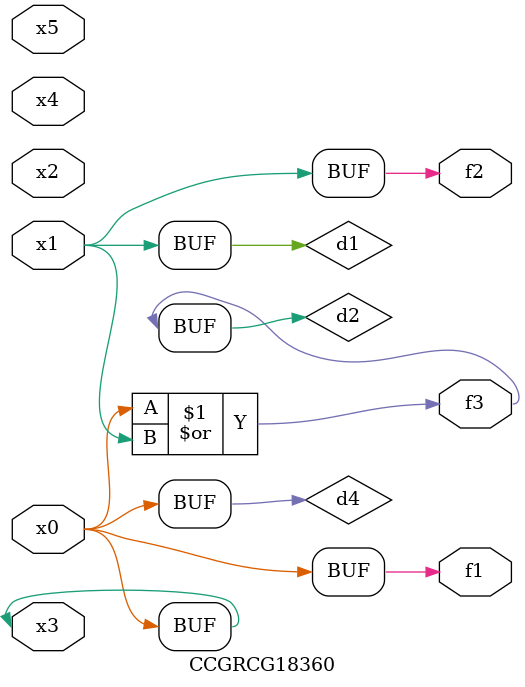
<source format=v>
module CCGRCG18360(
	input x0, x1, x2, x3, x4, x5,
	output f1, f2, f3
);

	wire d1, d2, d3, d4;

	and (d1, x1);
	or (d2, x0, x1);
	nand (d3, x0, x5);
	buf (d4, x0, x3);
	assign f1 = d4;
	assign f2 = d1;
	assign f3 = d2;
endmodule

</source>
